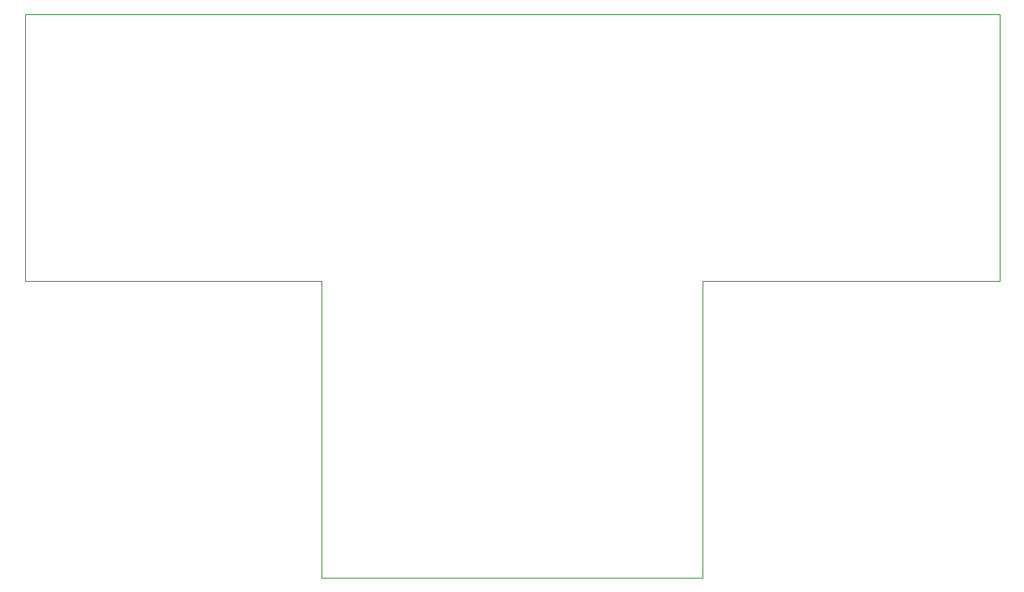
<source format=gm1>
%TF.GenerationSoftware,KiCad,Pcbnew,7.0.2*%
%TF.CreationDate,2023-07-16T22:24:44-04:00*%
%TF.ProjectId,hellerune,68656c6c-6572-4756-9e65-2e6b69636164,rev?*%
%TF.SameCoordinates,Original*%
%TF.FileFunction,Profile,NP*%
%FSLAX46Y46*%
G04 Gerber Fmt 4.6, Leading zero omitted, Abs format (unit mm)*
G04 Created by KiCad (PCBNEW 7.0.2) date 2023-07-16 22:24:44*
%MOMM*%
%LPD*%
G01*
G04 APERTURE LIST*
%TA.AperFunction,Profile*%
%ADD10C,0.100000*%
%TD*%
G04 APERTURE END LIST*
D10*
X188536800Y-53500000D02*
X188536800Y-80500000D01*
X120000000Y-80500000D02*
X120000000Y-110500000D01*
X90000000Y-53500000D02*
X90000000Y-80500000D01*
X90000000Y-80500000D02*
X120000000Y-80500000D01*
X158536800Y-80500000D02*
X158536800Y-110500000D01*
X120000000Y-110500000D02*
X158536800Y-110500000D01*
X90000000Y-53500000D02*
X188536800Y-53500000D01*
X158536800Y-80500000D02*
X188536800Y-80500000D01*
M02*

</source>
